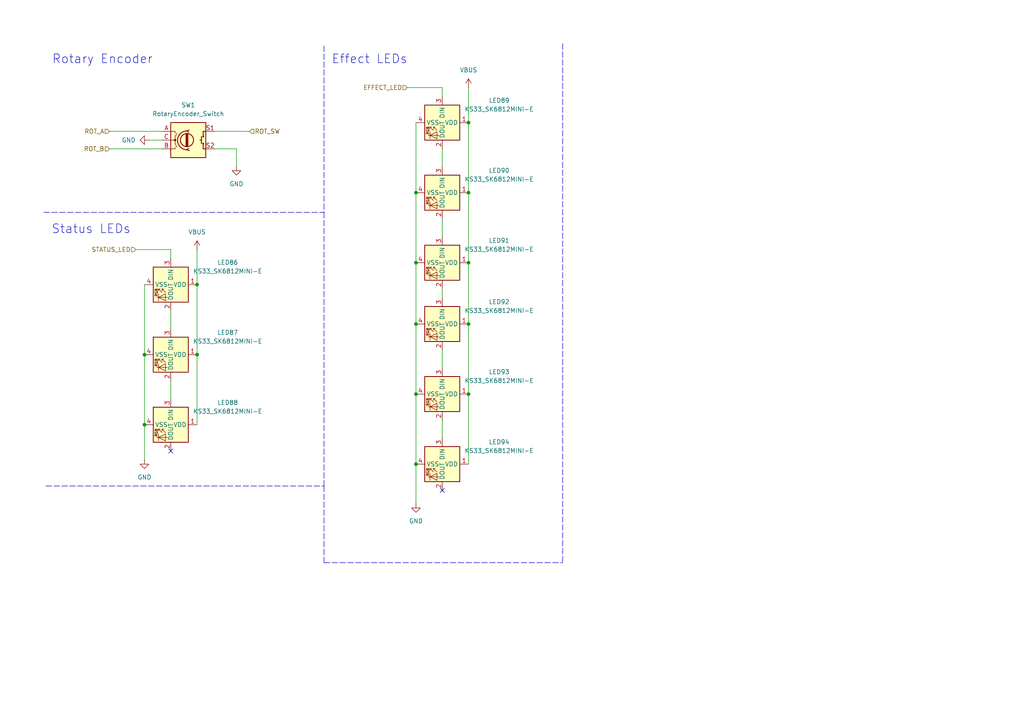
<source format=kicad_sch>
(kicad_sch (version 20250114) (generator "eeschema") (generator_version "9.0")
  (paper "A4")
  (lib_symbols
    (symbol "Device:RotaryEncoder_Switch" (pin_names (offset 0.254) (hide yes))
      (property "Reference" "SW" (at 0 6.604 0))
      (property "Value" "RotaryEncoder_Switch" (at 0 -6.604 0))
      (symbol "RotaryEncoder_Switch_0_1"
        (rectangle (start -5.08 5.08) (end 5.08 -5.08) (stroke (width 0.254)) (fill (type background)))
        (polyline (pts (xy -5.08 2.54) (xy -3.81 2.54) (xy -3.81 2.032)))
        (polyline (pts (xy -5.08 0) (xy -3.81 0) (xy -3.81 -1.016) (xy -3.302 -2.032)))
        (polyline (pts (xy -5.08 -2.54) (xy -3.81 -2.54) (xy -3.81 -2.032)))
        (polyline (pts (xy -4.318 0) (xy -3.81 0) (xy -3.81 1.016) (xy -3.302 2.032)))
        (circle (center -3.81 0) (radius 0.254) (fill (type outline)))
        (polyline (pts (xy -0.635 -1.778) (xy -0.635 1.778)) (stroke (width 0.254)))
        (circle (center -0.381 0) (radius 1.905) (stroke (width 0.254)))
        (polyline (pts (xy -0.381 -1.778) (xy -0.381 1.778)) (stroke (width 0.254)))
        (arc (start -0.381 -2.794) (mid -3.0988 -0.0635) (end -0.381 2.667) (stroke (width 0.254)))
        (polyline (pts (xy -0.127 1.778) (xy -0.127 -1.778)) (stroke (width 0.254)))
        (polyline (pts (xy 0.254 2.921) (xy -0.508 2.667) (xy 0.127 2.286)) (stroke (width 0.254)))
        (polyline (pts (xy 0.254 -3.048) (xy -0.508 -2.794) (xy 0.127 -2.413)) (stroke (width 0.254)))
        (polyline (pts (xy 3.81 1.016) (xy 3.81 -1.016)) (stroke (width 0.254)))
        (polyline (pts (xy 3.81 0) (xy 3.429 0)) (stroke (width 0.254)))
        (circle (center 4.318 1.016) (radius 0.127) (stroke (width 0.254)))
        (circle (center 4.318 -1.016) (radius 0.127) (stroke (width 0.254)))
        (polyline (pts (xy 5.08 2.54) (xy 4.318 2.54) (xy 4.318 1.016)) (stroke (width 0.254)))
        (polyline (pts (xy 5.08 -2.54) (xy 4.318 -2.54) (xy 4.318 -1.016)) (stroke (width 0.254)))
      )
      (symbol "RotaryEncoder_Switch_1_1"
        (pin passive line (at -7.62 2.54 0) (length 2.54) (name "A") (number "A"))
        (pin passive line (at -7.62 0 0) (length 2.54) (name "C") (number "C"))
        (pin passive line (at -7.62 -2.54 0) (length 2.54) (name "B") (number "B"))
        (pin passive line (at 7.62 2.54 180) (length 2.54) (name "S1") (number "S1"))
        (pin passive line (at 7.62 -2.54 180) (length 2.54) (name "S2") (number "S2"))
      )
    )
    (symbol "PCM_marbastlib-gateron_lp:KS33_SK6812MINI-E"
      (property "Reference" "LED" (at 2.54 6.35 0))
      (property "Value" "KS33_SK6812MINI-E" (at 10.795 -6.35 0))
      (symbol "KS33_SK6812MINI-E_0_0"
        (text "RGB" (at 2.286 -4.191 0) (effects (font (size 0.762 0.762))))
      )
      (symbol "KS33_SK6812MINI-E_0_1"
        (rectangle (start -5.08 5.08) (end 5.08 -5.08) (stroke (width 0.254)) (fill (type background)))
        (polyline (pts (xy 1.27 -2.54) (xy 1.778 -2.54)))
        (polyline (pts (xy 1.27 -3.556) (xy 1.778 -3.556)))
        (polyline (pts (xy 2.286 -1.524) (xy 1.27 -2.54) (xy 1.27 -2.032)))
        (polyline (pts (xy 2.286 -2.54) (xy 1.27 -3.556) (xy 1.27 -3.048)))
        (polyline (pts (xy 3.683 -1.016) (xy 3.683 -3.556) (xy 3.683 -4.064)))
        (polyline (pts (xy 4.699 -1.524) (xy 2.667 -1.524) (xy 3.683 -3.556) (xy 4.699 -1.524)))
        (polyline (pts (xy 4.699 -3.556) (xy 2.667 -3.556)))
      )
      (symbol "KS33_SK6812MINI-E_1_1"
        (pin input line (at -7.62 0 0) (length 2.54) (name "DIN") (number "3"))
        (pin power_in line (at 0 7.62 270) (length 2.54) (name "VDD") (number "1"))
        (pin power_in line (at 0 -7.62 90) (length 2.54) (name "VSS") (number "4"))
        (pin output line (at 7.62 0 180) (length 2.54) (name "DOUT") (number "2"))
      )
    )
    (symbol "power:GND" (power) (pin_numbers (hide yes)) (pin_names (offset 0) (hide yes))
      (property "Value" "GND" (at 0 -3.81 0))
      (symbol "GND_0_1"
        (polyline (pts (xy 0 0) (xy 0 -1.27) (xy 1.27 -1.27) (xy 0 -2.54) (xy -1.27 -1.27) (xy 0 -1.27)))
      )
      (symbol "GND_1_1"
        (pin power_in line (at 0 0 270) (length 0) (name "~") (number "1"))
      )
    )
    (symbol "power:VBUS" (power) (pin_numbers (hide yes)) (pin_names (offset 0) (hide yes))
      (property "Value" "VBUS" (at 0 3.556 0))
      (symbol "VBUS_0_1"
        (polyline (pts (xy -0.762 1.27) (xy 0 2.54)))
        (polyline (pts (xy 0 2.54) (xy 0.762 1.27)))
        (polyline (pts (xy 0 0) (xy 0 2.54)))
      )
      (symbol "VBUS_1_1"
        (pin power_in line (at 0 0 90) (length 0) (name "~") (number "1"))
      )
    )
  )
  (text "Status LEDs\n" (at 26.416 66.548 0) (effects (font (size 2.54 2.54))))
  (text "Effect LEDs\n" (at 107.188 17.272 0) (effects (font (size 2.54 2.54))))
  (text "Rotary Encoder" (at 29.718 17.272 0) (effects (font (size 2.54 2.54))))
  (junction (at 57.15 82.55))
  (junction (at 135.89 55.88))
  (junction (at 41.91 102.87))
  (junction (at 120.65 93.98))
  (junction (at 57.15 102.87))
  (junction (at 135.89 76.2))
  (junction (at 120.65 114.3))
  (junction (at 120.65 76.2))
  (junction (at 135.89 93.98))
  (junction (at 135.89 114.3))
  (junction (at 41.91 123.19))
  (junction (at 120.65 134.62))
  (junction (at 120.65 55.88))
  (junction (at 135.89 35.56))
  (no_connect (at 128.27 142.24))
  (no_connect (at 49.53 130.81))
  (wire (pts (xy 135.89 93.98) (xy 135.89 114.3)))
  (wire (pts (xy 128.27 83.82) (xy 128.27 86.36)))
  (polyline (pts (xy 93.98 163.195) (xy 163.195 163.195)) (stroke (width 0) (type dash)))
  (wire (pts (xy 57.15 72.39) (xy 57.15 82.55)))
  (wire (pts (xy 135.89 76.2) (xy 135.89 93.98)))
  (polyline (pts (xy 13.335 140.97) (xy 93.98 140.97)) (stroke (width 0) (type dash)))
  (polyline (pts (xy 93.98 61.595) (xy 93.98 140.97)) (stroke (width 0) (type dash)))
  (wire (pts (xy 128.27 63.5) (xy 128.27 68.58)))
  (polyline (pts (xy 93.98 140.97) (xy 93.98 163.195)) (stroke (width 0) (type dash)))
  (wire (pts (xy 120.65 76.2) (xy 120.65 93.98)))
  (wire (pts (xy 31.75 38.1) (xy 46.99 38.1)))
  (polyline (pts (xy 93.98 13.335) (xy 93.98 61.595)) (stroke (width 0) (type dash)))
  (wire (pts (xy 135.89 55.88) (xy 135.89 76.2)))
  (wire (pts (xy 49.53 110.49) (xy 49.53 115.57)))
  (wire (pts (xy 120.65 55.88) (xy 120.65 76.2)))
  (wire (pts (xy 41.91 82.55) (xy 41.91 102.87)))
  (wire (pts (xy 120.65 35.56) (xy 120.65 55.88)))
  (wire (pts (xy 128.27 121.92) (xy 128.27 127)))
  (wire (pts (xy 57.15 102.87) (xy 57.15 123.19)))
  (wire (pts (xy 120.65 146.05) (xy 120.65 134.62)))
  (wire (pts (xy 120.65 93.98) (xy 120.65 114.3)))
  (wire (pts (xy 41.91 123.19) (xy 41.91 133.35)))
  (wire (pts (xy 128.27 25.4) (xy 128.27 27.94)))
  (polyline (pts (xy 12.7 61.595) (xy 93.98 61.595)) (stroke (width 0) (type dash)))
  (wire (pts (xy 128.27 101.6) (xy 128.27 106.68)))
  (wire (pts (xy 49.53 72.39) (xy 49.53 74.93)))
  (wire (pts (xy 41.91 102.87) (xy 41.91 123.19)))
  (wire (pts (xy 135.89 25.4) (xy 135.89 35.56)))
  (wire (pts (xy 68.58 43.18) (xy 62.23 43.18)))
  (wire (pts (xy 118.11 25.4) (xy 128.27 25.4)))
  (wire (pts (xy 49.53 90.17) (xy 49.53 95.25)))
  (wire (pts (xy 57.15 82.55) (xy 57.15 102.87)))
  (polyline (pts (xy 163.195 12.7) (xy 163.195 163.195)) (stroke (width 0) (type dash)))
  (wire (pts (xy 128.27 43.18) (xy 128.27 48.26)))
  (wire (pts (xy 62.23 38.1) (xy 72.39 38.1)))
  (wire (pts (xy 120.65 114.3) (xy 120.65 134.62)))
  (wire (pts (xy 135.89 35.56) (xy 135.89 55.88)))
  (wire (pts (xy 46.99 40.64) (xy 43.18 40.64)))
  (wire (pts (xy 68.58 48.26) (xy 68.58 43.18)))
  (wire (pts (xy 31.75 43.18) (xy 46.99 43.18)))
  (wire (pts (xy 39.37 72.39) (xy 49.53 72.39)))
  (wire (pts (xy 135.89 114.3) (xy 135.89 134.62)))
  (hierarchical_label "ROT_SW" (shape input) (at 72.39 38.1 0))
  (hierarchical_label "EFFECT_LED" (shape input) (at 118.11 25.4 180))
  (hierarchical_label "STATUS_LED" (shape input) (at 39.37 72.39 180))
  (hierarchical_label "ROT_B" (shape input) (at 31.75 43.18 180))
  (hierarchical_label "ROT_A" (shape input) (at 31.75 38.1 180))
  (symbol (lib_id "PCM_marbastlib-gateron_lp:KS33_SK6812MINI-E") (at 128.27 114.3 270) (unit 1)
    (property "Reference" "LED93" (at 144.78 107.8798 90))
    (property "Value" "KS33_SK6812MINI-E" (at 144.78 110.4198 90))
    (property "Footprint" "PCM_marbastlib-xp-gateron_lp:LED_KS33_6028R" (effects (hide yes)))
    (property "Description" "Reverse mount adressable LED (WS2812 protocol)" (effects (hide yes)))
  )
  (symbol (lib_id "PCM_marbastlib-gateron_lp:KS33_SK6812MINI-E") (at 128.27 93.98 270) (unit 1)
    (property "Reference" "LED92" (at 144.78 87.5598 90))
    (property "Value" "KS33_SK6812MINI-E" (at 144.78 90.0998 90))
    (property "Footprint" "PCM_marbastlib-xp-gateron_lp:LED_KS33_6028R" (effects (hide yes)))
    (property "Description" "Reverse mount adressable LED (WS2812 protocol)" (effects (hide yes)))
  )
  (symbol (lib_id "power:VBUS") (at 57.15 72.39 0) (unit 1)
    (property "Reference" "#PWR025" (effects (hide yes)))
    (property "Value" "VBUS" (at 57.15 67.31 0))
    (property "Description" "Power symbol creates a global label with name \"VBUS\"" (effects (hide yes)))
  )
  (symbol (lib_id "PCM_marbastlib-gateron_lp:KS33_SK6812MINI-E") (at 128.27 134.62 270) (unit 1)
    (property "Reference" "LED94" (at 144.78 128.1998 90))
    (property "Value" "KS33_SK6812MINI-E" (at 144.78 130.7398 90))
    (property "Footprint" "PCM_marbastlib-xp-gateron_lp:LED_KS33_6028R" (effects (hide yes)))
    (property "Description" "Reverse mount adressable LED (WS2812 protocol)" (effects (hide yes)))
  )
  (symbol (lib_id "PCM_marbastlib-gateron_lp:KS33_SK6812MINI-E") (at 49.53 82.55 270) (unit 1)
    (property "Reference" "LED86" (at 66.04 76.1298 90))
    (property "Value" "KS33_SK6812MINI-E" (at 66.04 78.6698 90))
    (property "Footprint" "PCM_marbastlib-xp-gateron_lp:LED_KS33_6028R" (effects (hide yes)))
    (property "Description" "Reverse mount adressable LED (WS2812 protocol)" (effects (hide yes)))
  )
  (symbol (lib_id "power:VBUS") (at 135.89 25.4 0) (unit 1)
    (property "Reference" "#PWR063" (effects (hide yes)))
    (property "Value" "VBUS" (at 135.89 20.32 0))
    (property "Description" "Power symbol creates a global label with name \"VBUS\"" (effects (hide yes)))
  )
  (symbol (lib_id "power:GND") (at 41.91 133.35 0) (unit 1)
    (property "Reference" "#PWR024" (effects (hide yes)))
    (property "Value" "GND" (at 41.91 138.43 0))
    (property "Description" "Power symbol creates a global label with name \"GND\" , ground" (effects (hide yes)))
  )
  (symbol (lib_id "PCM_marbastlib-gateron_lp:KS33_SK6812MINI-E") (at 128.27 76.2 270) (unit 1)
    (property "Reference" "LED91" (at 144.78 69.7798 90))
    (property "Value" "KS33_SK6812MINI-E" (at 144.78 72.3198 90))
    (property "Footprint" "PCM_marbastlib-xp-gateron_lp:LED_KS33_6028R" (effects (hide yes)))
    (property "Description" "Reverse mount adressable LED (WS2812 protocol)" (effects (hide yes)))
  )
  (symbol (lib_id "PCM_marbastlib-gateron_lp:KS33_SK6812MINI-E") (at 128.27 55.88 270) (unit 1)
    (property "Reference" "LED90" (at 144.78 49.4598 90))
    (property "Value" "KS33_SK6812MINI-E" (at 144.78 51.9998 90))
    (property "Footprint" "PCM_marbastlib-xp-gateron_lp:LED_KS33_6028R" (effects (hide yes)))
    (property "Description" "Reverse mount adressable LED (WS2812 protocol)" (effects (hide yes)))
  )
  (symbol (lib_id "Device:RotaryEncoder_Switch") (at 54.61 40.64 0) (unit 1)
    (property "Reference" "SW1" (at 54.61 30.48 0))
    (property "Value" "RotaryEncoder_Switch" (at 54.61 33.02 0))
    (property "Footprint" "Rotary_Encoder:RotaryEncoder_Alps_EC11E-Switch_Vertical_H20mm_CircularMountingHoles" (effects (hide yes)))
    (property "Description" "Rotary encoder, dual channel, incremental quadrate outputs, with switch" (effects (hide yes)))
  )
  (symbol (lib_id "power:GND") (at 43.18 40.64 270) (unit 1)
    (property "Reference" "#PWR023" (effects (hide yes)))
    (property "Value" "GND" (at 39.37 40.6399 90) (effects (justify right)))
    (property "Description" "Power symbol creates a global label with name \"GND\" , ground" (effects (hide yes)))
  )
  (symbol (lib_id "power:GND") (at 120.65 146.05 0) (unit 1)
    (property "Reference" "#PWR062" (effects (hide yes)))
    (property "Value" "GND" (at 120.65 151.13 0))
    (property "Description" "Power symbol creates a global label with name \"GND\" , ground" (effects (hide yes)))
  )
  (symbol (lib_id "PCM_marbastlib-gateron_lp:KS33_SK6812MINI-E") (at 49.53 102.87 270) (unit 1)
    (property "Reference" "LED87" (at 66.04 96.4498 90))
    (property "Value" "KS33_SK6812MINI-E" (at 66.04 98.9898 90))
    (property "Footprint" "PCM_marbastlib-xp-gateron_lp:LED_KS33_6028R" (effects (hide yes)))
    (property "Description" "Reverse mount adressable LED (WS2812 protocol)" (effects (hide yes)))
  )
  (symbol (lib_id "PCM_marbastlib-gateron_lp:KS33_SK6812MINI-E") (at 49.53 123.19 270) (unit 1)
    (property "Reference" "LED88" (at 66.04 116.7698 90))
    (property "Value" "KS33_SK6812MINI-E" (at 66.04 119.3098 90))
    (property "Footprint" "PCM_marbastlib-xp-gateron_lp:LED_KS33_6028R" (effects (hide yes)))
    (property "Description" "Reverse mount adressable LED (WS2812 protocol)" (effects (hide yes)))
  )
  (symbol (lib_id "power:GND") (at 68.58 48.26 0) (unit 1)
    (property "Reference" "#PWR022" (effects (hide yes)))
    (property "Value" "GND" (at 68.58 53.34 0))
    (property "Description" "Power symbol creates a global label with name \"GND\" , ground" (effects (hide yes)))
  )
  (symbol (lib_id "PCM_marbastlib-gateron_lp:KS33_SK6812MINI-E") (at 128.27 35.56 270) (unit 1)
    (property "Reference" "LED89" (at 144.78 29.1398 90))
    (property "Value" "KS33_SK6812MINI-E" (at 144.78 31.6798 90))
    (property "Footprint" "PCM_marbastlib-xp-gateron_lp:LED_KS33_6028R" (effects (hide yes)))
    (property "Description" "Reverse mount adressable LED (WS2812 protocol)" (effects (hide yes)))
  )
)
</source>
